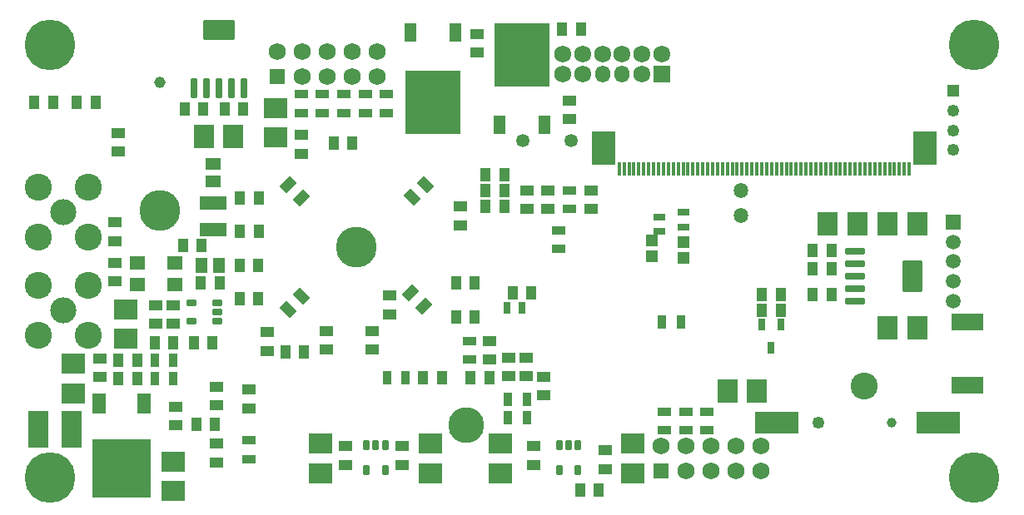
<source format=gbs>
G04*
G04 #@! TF.GenerationSoftware,Altium Limited,Altium Designer,21.7.1 (17)*
G04*
G04 Layer_Color=16711935*
%FSLAX44Y44*%
%MOMM*%
G71*
G04*
G04 #@! TF.SameCoordinates,003C428C-6323-4237-91BB-275CBF4B30E0*
G04*
G04*
G04 #@! TF.FilePolarity,Negative*
G04*
G01*
G75*
%ADD72R,1.0500X1.4500*%
%ADD87R,1.4500X0.8500*%
%ADD88R,1.1500X0.6500*%
%ADD90R,0.6500X1.1500*%
%ADD118R,1.4500X1.0500*%
%ADD120R,0.8500X1.4500*%
%ADD122R,2.1500X3.7500*%
%ADD124R,1.5000X1.5000*%
%ADD125C,1.5000*%
%ADD126C,1.2500*%
%ADD127R,1.2500X1.2500*%
%ADD128R,1.7250X1.7250*%
%ADD129C,1.7250*%
%ADD130O,1.5500X1.7250*%
%ADD131C,3.6500*%
%ADD132C,4.1500*%
%ADD133C,1.1500*%
%ADD134R,1.6500X1.6500*%
%ADD135C,1.7500*%
%ADD136C,1.2500*%
%ADD137C,1.0000*%
%ADD138C,1.3500*%
%ADD139O,1.4500X1.5500*%
%ADD140C,2.6500*%
%ADD141C,2.7500*%
%ADD142C,5.1500*%
%ADD239R,4.5000X2.3000*%
%ADD240R,2.7062X1.4544*%
%ADD241R,3.2000X1.7200*%
%ADD313R,1.3500X2.1500*%
%ADD314R,5.9500X6.0000*%
%ADD315R,5.7000X6.5000*%
%ADD316R,1.1500X1.9000*%
%ADD317R,1.6200X1.2800*%
G04:AMPARAMS|DCode=318|XSize=3.3mm|YSize=1.95mm|CornerRadius=0.129mm|HoleSize=0mm|Usage=FLASHONLY|Rotation=0.000|XOffset=0mm|YOffset=0mm|HoleType=Round|Shape=RoundedRectangle|*
%AMROUNDEDRECTD318*
21,1,3.3000,1.6920,0,0,0.0*
21,1,3.0420,1.9500,0,0,0.0*
1,1,0.2580,1.5210,-0.8460*
1,1,0.2580,-1.5210,-0.8460*
1,1,0.2580,-1.5210,0.8460*
1,1,0.2580,1.5210,0.8460*
%
%ADD318ROUNDEDRECTD318*%
G04:AMPARAMS|DCode=319|XSize=0.75mm|YSize=1.95mm|CornerRadius=0.126mm|HoleSize=0mm|Usage=FLASHONLY|Rotation=0.000|XOffset=0mm|YOffset=0mm|HoleType=Round|Shape=RoundedRectangle|*
%AMROUNDEDRECTD319*
21,1,0.7500,1.6980,0,0,0.0*
21,1,0.4980,1.9500,0,0,0.0*
1,1,0.2520,0.2490,-0.8490*
1,1,0.2520,-0.2490,-0.8490*
1,1,0.2520,-0.2490,0.8490*
1,1,0.2520,0.2490,0.8490*
%
%ADD319ROUNDEDRECTD319*%
G04:AMPARAMS|DCode=320|XSize=0.7mm|YSize=0.95mm|CornerRadius=0.1245mm|HoleSize=0mm|Usage=FLASHONLY|Rotation=180.000|XOffset=0mm|YOffset=0mm|HoleType=Round|Shape=RoundedRectangle|*
%AMROUNDEDRECTD320*
21,1,0.7000,0.7010,0,0,180.0*
21,1,0.4510,0.9500,0,0,180.0*
1,1,0.2490,-0.2255,0.3505*
1,1,0.2490,0.2255,0.3505*
1,1,0.2490,0.2255,-0.3505*
1,1,0.2490,-0.2255,-0.3505*
%
%ADD320ROUNDEDRECTD320*%
%ADD321R,2.1500X2.3500*%
%ADD322R,1.1500X1.1500*%
%ADD323R,0.8000X1.2000*%
%ADD324R,2.3500X3.4500*%
%ADD325R,0.4500X1.3500*%
%ADD326R,1.6500X1.3500*%
%ADD327R,2.3500X2.1500*%
G04:AMPARAMS|DCode=328|XSize=1.45mm|YSize=1.05mm|CornerRadius=0mm|HoleSize=0mm|Usage=FLASHONLY|Rotation=315.000|XOffset=0mm|YOffset=0mm|HoleType=Round|Shape=Rectangle|*
%AMROTATEDRECTD328*
4,1,4,-0.8839,0.1414,-0.1414,0.8839,0.8839,-0.1414,0.1414,-0.8839,-0.8839,0.1414,0.0*
%
%ADD328ROTATEDRECTD328*%

G04:AMPARAMS|DCode=329|XSize=1.45mm|YSize=1.05mm|CornerRadius=0mm|HoleSize=0mm|Usage=FLASHONLY|Rotation=225.000|XOffset=0mm|YOffset=0mm|HoleType=Round|Shape=Rectangle|*
%AMROTATEDRECTD329*
4,1,4,0.1414,0.8839,0.8839,0.1414,-0.1414,-0.8839,-0.8839,-0.1414,0.1414,0.8839,0.0*
%
%ADD329ROTATEDRECTD329*%

%ADD330R,1.2800X1.6200*%
G04:AMPARAMS|DCode=331|XSize=0.7mm|YSize=0.95mm|CornerRadius=0.1245mm|HoleSize=0mm|Usage=FLASHONLY|Rotation=90.000|XOffset=0mm|YOffset=0mm|HoleType=Round|Shape=RoundedRectangle|*
%AMROUNDEDRECTD331*
21,1,0.7000,0.7010,0,0,90.0*
21,1,0.4510,0.9500,0,0,90.0*
1,1,0.2490,0.3505,0.2255*
1,1,0.2490,0.3505,-0.2255*
1,1,0.2490,-0.3505,-0.2255*
1,1,0.2490,-0.3505,0.2255*
%
%ADD331ROUNDEDRECTD331*%
G04:AMPARAMS|DCode=332|XSize=3.3mm|YSize=1.95mm|CornerRadius=0.129mm|HoleSize=0mm|Usage=FLASHONLY|Rotation=270.000|XOffset=0mm|YOffset=0mm|HoleType=Round|Shape=RoundedRectangle|*
%AMROUNDEDRECTD332*
21,1,3.3000,1.6920,0,0,270.0*
21,1,3.0420,1.9500,0,0,270.0*
1,1,0.2580,-0.8460,-1.5210*
1,1,0.2580,-0.8460,1.5210*
1,1,0.2580,0.8460,1.5210*
1,1,0.2580,0.8460,-1.5210*
%
%ADD332ROUNDEDRECTD332*%
G04:AMPARAMS|DCode=333|XSize=0.75mm|YSize=1.95mm|CornerRadius=0.126mm|HoleSize=0mm|Usage=FLASHONLY|Rotation=270.000|XOffset=0mm|YOffset=0mm|HoleType=Round|Shape=RoundedRectangle|*
%AMROUNDEDRECTD333*
21,1,0.7500,1.6980,0,0,270.0*
21,1,0.4980,1.9500,0,0,270.0*
1,1,0.2520,-0.8490,-0.2490*
1,1,0.2520,-0.8490,0.2490*
1,1,0.2520,0.8490,0.2490*
1,1,0.2520,0.8490,-0.2490*
%
%ADD333ROUNDEDRECTD333*%
D72*
X472750Y305500D02*
D03*
X491750D02*
D03*
X428500Y131250D02*
D03*
X409500D02*
D03*
X183500Y228000D02*
D03*
X202500D02*
D03*
X476500Y131250D02*
D03*
X457500D02*
D03*
X519250Y217500D02*
D03*
X500250D02*
D03*
X824750Y216000D02*
D03*
X805750D02*
D03*
Y242500D02*
D03*
X824750D02*
D03*
X550750Y486500D02*
D03*
X569750D02*
D03*
X462000Y227750D02*
D03*
X443000D02*
D03*
X223000Y314500D02*
D03*
X242000D02*
D03*
X222750Y246000D02*
D03*
X241750D02*
D03*
X491750Y321750D02*
D03*
X472750D02*
D03*
X269500Y157750D02*
D03*
X288500D02*
D03*
X443000Y193500D02*
D03*
X462000D02*
D03*
X222750Y211500D02*
D03*
X241750D02*
D03*
X178500Y84000D02*
D03*
X197500D02*
D03*
X223000Y280250D02*
D03*
X242000D02*
D03*
X491750Y338000D02*
D03*
X472750D02*
D03*
X773000Y200000D02*
D03*
X754000D02*
D03*
X337250Y370250D02*
D03*
X318250D02*
D03*
X754000Y216000D02*
D03*
X773000D02*
D03*
X184250Y266000D02*
D03*
X165250D02*
D03*
X76000Y411750D02*
D03*
X57000D02*
D03*
X14000D02*
D03*
X33000D02*
D03*
X207500Y404750D02*
D03*
X226500D02*
D03*
X166750D02*
D03*
X185750D02*
D03*
X136500Y167000D02*
D03*
X155500D02*
D03*
X118500Y149000D02*
D03*
X99500D02*
D03*
Y131000D02*
D03*
X118500D02*
D03*
X195000Y167000D02*
D03*
X176000D02*
D03*
X569000Y16750D02*
D03*
X588000D02*
D03*
X805750Y261250D02*
D03*
X824750D02*
D03*
D87*
X372000Y401000D02*
D03*
Y420000D02*
D03*
X285500Y420000D02*
D03*
Y401000D02*
D03*
X328750D02*
D03*
Y420000D02*
D03*
X558375Y302997D02*
D03*
Y321997D02*
D03*
X654750Y97000D02*
D03*
Y78000D02*
D03*
X676750Y97000D02*
D03*
Y78000D02*
D03*
X456750Y169000D02*
D03*
Y150000D02*
D03*
X350375Y420000D02*
D03*
Y401000D02*
D03*
X307125D02*
D03*
Y420000D02*
D03*
X547500Y281500D02*
D03*
Y262500D02*
D03*
X232000Y48750D02*
D03*
Y67750D02*
D03*
X698250Y78000D02*
D03*
Y97000D02*
D03*
D88*
X649750Y295250D02*
D03*
Y280250D02*
D03*
X674000Y299750D02*
D03*
Y284750D02*
D03*
D90*
X510000Y202500D02*
D03*
X495000D02*
D03*
D118*
X330500Y61750D02*
D03*
Y42750D02*
D03*
X155000Y186500D02*
D03*
Y205500D02*
D03*
X137000D02*
D03*
Y186500D02*
D03*
X477000Y150000D02*
D03*
Y169000D02*
D03*
X531750Y132500D02*
D03*
Y113500D02*
D03*
X536500Y302997D02*
D03*
Y321997D02*
D03*
X514000Y152000D02*
D03*
Y133000D02*
D03*
X514750Y302997D02*
D03*
Y321997D02*
D03*
X580250D02*
D03*
Y302997D02*
D03*
X250750Y158750D02*
D03*
Y177750D02*
D03*
X496000Y152000D02*
D03*
Y133000D02*
D03*
X464000Y481250D02*
D03*
Y462250D02*
D03*
X375250Y196000D02*
D03*
Y215000D02*
D03*
X558000Y413500D02*
D03*
Y394500D02*
D03*
X388000Y61750D02*
D03*
Y42750D02*
D03*
X357250Y179000D02*
D03*
Y160000D02*
D03*
X594750Y57750D02*
D03*
Y38750D02*
D03*
X311250Y179000D02*
D03*
Y160000D02*
D03*
X521750Y42750D02*
D03*
Y61750D02*
D03*
X199000Y103500D02*
D03*
Y122500D02*
D03*
X447500Y286750D02*
D03*
Y305750D02*
D03*
X199000Y64500D02*
D03*
Y45500D02*
D03*
X285500Y378500D02*
D03*
Y359500D02*
D03*
X232000Y119250D02*
D03*
Y100250D02*
D03*
X99000Y361500D02*
D03*
Y380500D02*
D03*
X96000Y289500D02*
D03*
Y270500D02*
D03*
Y229500D02*
D03*
Y248500D02*
D03*
X80250Y132250D02*
D03*
Y151250D02*
D03*
X157500Y83250D02*
D03*
Y102250D02*
D03*
D120*
X391500Y131250D02*
D03*
X372500D02*
D03*
X652500Y188000D02*
D03*
X671500D02*
D03*
X136500Y149000D02*
D03*
X155500D02*
D03*
X514750Y109250D02*
D03*
X495750D02*
D03*
X136500Y131000D02*
D03*
X155500D02*
D03*
X495750Y91000D02*
D03*
X514750D02*
D03*
D122*
X52250Y78750D02*
D03*
X18250D02*
D03*
D124*
X948250Y289750D02*
D03*
D125*
Y269750D02*
D03*
Y249750D02*
D03*
Y229750D02*
D03*
Y209750D02*
D03*
D126*
Y363250D02*
D03*
Y383250D02*
D03*
Y403250D02*
D03*
D127*
Y423250D02*
D03*
D128*
X651750Y440750D02*
D03*
D129*
Y460750D02*
D03*
X631750Y440750D02*
D03*
Y460750D02*
D03*
X611750D02*
D03*
X591750D02*
D03*
X571750Y440750D02*
D03*
Y460750D02*
D03*
X551750Y440750D02*
D03*
Y460750D02*
D03*
D130*
X611750Y440750D02*
D03*
X591750D02*
D03*
D131*
X453380Y83500D02*
D03*
D132*
X341497Y263997D02*
D03*
X142000Y301969D02*
D03*
D133*
X142000Y432000D02*
D03*
D134*
X651200Y36300D02*
D03*
X261400Y438300D02*
D03*
D135*
X702000Y36300D02*
D03*
X676600D02*
D03*
X752800Y61700D02*
D03*
X727400D02*
D03*
X702000D02*
D03*
X676600D02*
D03*
X651200D02*
D03*
X727400Y36300D02*
D03*
X752800D02*
D03*
X363000Y438300D02*
D03*
X337600D02*
D03*
X261400Y463700D02*
D03*
X286800D02*
D03*
X312200D02*
D03*
X337600D02*
D03*
X363000D02*
D03*
X286800Y438300D02*
D03*
X312200D02*
D03*
D136*
X811500Y86000D02*
D03*
D137*
X886000D02*
D03*
D138*
X559520Y372750D02*
D03*
X510720D02*
D03*
D139*
X733000Y322250D02*
D03*
Y296850D02*
D03*
D140*
X43000Y300000D02*
D03*
Y200000D02*
D03*
D141*
X17600Y325400D02*
D03*
X68400D02*
D03*
Y274600D02*
D03*
X17600D02*
D03*
Y174600D02*
D03*
X68400D02*
D03*
Y225400D02*
D03*
X17600D02*
D03*
X857500Y122850D02*
D03*
D142*
X970000Y470000D02*
D03*
Y30000D02*
D03*
X30000Y470000D02*
D03*
Y30000D02*
D03*
D239*
X769000Y86000D02*
D03*
X933000D02*
D03*
D240*
X195750Y309009D02*
D03*
Y282491D02*
D03*
D241*
X963250Y124200D02*
D03*
Y188300D02*
D03*
D313*
X79963Y105437D02*
D03*
X125662D02*
D03*
D314*
X102812Y39188D02*
D03*
D315*
X419000Y412000D02*
D03*
X509500Y460000D02*
D03*
D316*
X441850Y483000D02*
D03*
X396150D02*
D03*
X532350Y389000D02*
D03*
X486650D02*
D03*
D317*
X195500Y348850D02*
D03*
Y331150D02*
D03*
D318*
X202000Y485000D02*
D03*
D319*
Y426500D02*
D03*
X176600D02*
D03*
X189300D02*
D03*
X214700D02*
D03*
X227400D02*
D03*
D320*
X351750Y63000D02*
D03*
X361250D02*
D03*
X370750D02*
D03*
Y37500D02*
D03*
X351750D02*
D03*
X548000Y63000D02*
D03*
X557500D02*
D03*
X567000D02*
D03*
Y37500D02*
D03*
X548000D02*
D03*
D321*
X850750Y288250D02*
D03*
X820750D02*
D03*
X911750D02*
D03*
X881750D02*
D03*
Y182250D02*
D03*
X911750D02*
D03*
X216500Y376750D02*
D03*
X186500D02*
D03*
X719000Y118250D02*
D03*
X749000D02*
D03*
D322*
X642250Y255250D02*
D03*
Y271250D02*
D03*
X673750Y269500D02*
D03*
Y253500D02*
D03*
D323*
X753896Y185278D02*
D03*
X772896D02*
D03*
X763396Y162278D02*
D03*
D324*
X919750Y365500D02*
D03*
X592750D02*
D03*
D325*
X608750Y343750D02*
D03*
X613750D02*
D03*
X618750D02*
D03*
X623750D02*
D03*
X628750D02*
D03*
X633750D02*
D03*
X638750D02*
D03*
X643750D02*
D03*
X648750D02*
D03*
X653750D02*
D03*
X658750D02*
D03*
X663750D02*
D03*
X668750D02*
D03*
X673750D02*
D03*
X678750D02*
D03*
X683750D02*
D03*
X688750D02*
D03*
X693750D02*
D03*
X698750D02*
D03*
X703750D02*
D03*
X708750D02*
D03*
X713750D02*
D03*
X718750D02*
D03*
X723750D02*
D03*
X728750D02*
D03*
X733750D02*
D03*
X738750D02*
D03*
X743750D02*
D03*
X748750D02*
D03*
X753750D02*
D03*
X758750D02*
D03*
X763750D02*
D03*
X768750D02*
D03*
X773750D02*
D03*
X778750D02*
D03*
X783750D02*
D03*
X788750D02*
D03*
X793750D02*
D03*
X798750D02*
D03*
X803750D02*
D03*
X808750D02*
D03*
X813750D02*
D03*
X818750D02*
D03*
X823750D02*
D03*
X828750D02*
D03*
X833750D02*
D03*
X838750D02*
D03*
X843750D02*
D03*
X848750D02*
D03*
X853750D02*
D03*
X858750D02*
D03*
X863750D02*
D03*
X868750D02*
D03*
X873750D02*
D03*
X878750D02*
D03*
X883750D02*
D03*
X888750D02*
D03*
X893750D02*
D03*
X898750D02*
D03*
X903750D02*
D03*
D326*
X157000Y248000D02*
D03*
Y226000D02*
D03*
X119000Y248000D02*
D03*
Y226000D02*
D03*
D327*
X107000Y201000D02*
D03*
Y171000D02*
D03*
X304750Y64500D02*
D03*
Y34500D02*
D03*
X416500D02*
D03*
Y64500D02*
D03*
X622750Y34500D02*
D03*
Y64500D02*
D03*
X488000Y34500D02*
D03*
Y64500D02*
D03*
X259500Y376000D02*
D03*
Y406000D02*
D03*
X53750Y145750D02*
D03*
Y115750D02*
D03*
X155250Y46250D02*
D03*
Y16250D02*
D03*
D328*
X271782Y201283D02*
D03*
X285217Y214718D02*
D03*
X411468Y328218D02*
D03*
X398032Y314783D02*
D03*
D329*
X409967Y204032D02*
D03*
X396533Y217467D02*
D03*
X271782Y327967D02*
D03*
X285217Y314533D02*
D03*
D330*
X201850Y246000D02*
D03*
X184150D02*
D03*
D331*
X174161Y207854D02*
D03*
Y188854D02*
D03*
X199661D02*
D03*
Y207854D02*
D03*
Y198354D02*
D03*
D332*
X906909Y235167D02*
D03*
D333*
X848409Y260567D02*
D03*
Y247867D02*
D03*
Y235167D02*
D03*
Y222467D02*
D03*
Y209767D02*
D03*
M02*

</source>
